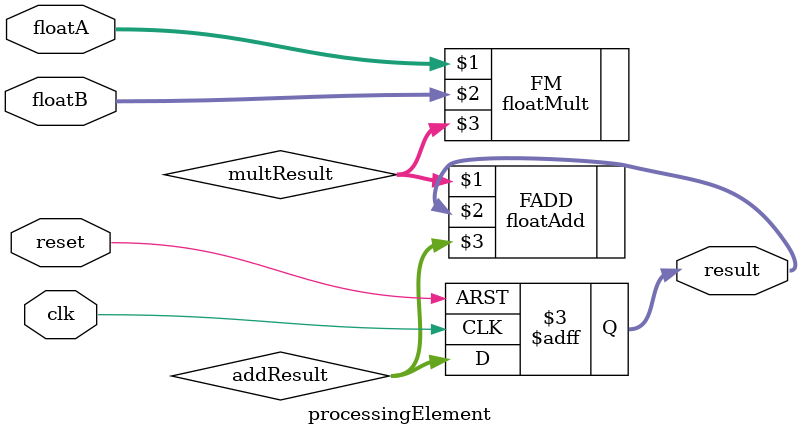
<source format=v>
`timescale 100 ns / 10 ps

module processingElement(clk,reset,floatA,floatB,result);

localparam DATA_WIDTH = 16;

input clk, reset;
input [DATA_WIDTH-1:0] floatA, floatB;
output reg [DATA_WIDTH-1:0] result;

wire [DATA_WIDTH-1:0] multResult;
wire [DATA_WIDTH-1:0] addResult;

floatMult FM (floatA,floatB,multResult);
floatAdd FADD (multResult,result,addResult);

always @ (posedge clk or posedge reset) begin
	if (reset == 1'b1) begin
		result = 0;
	end else begin
		result = addResult;
	end
end

endmodule

</source>
